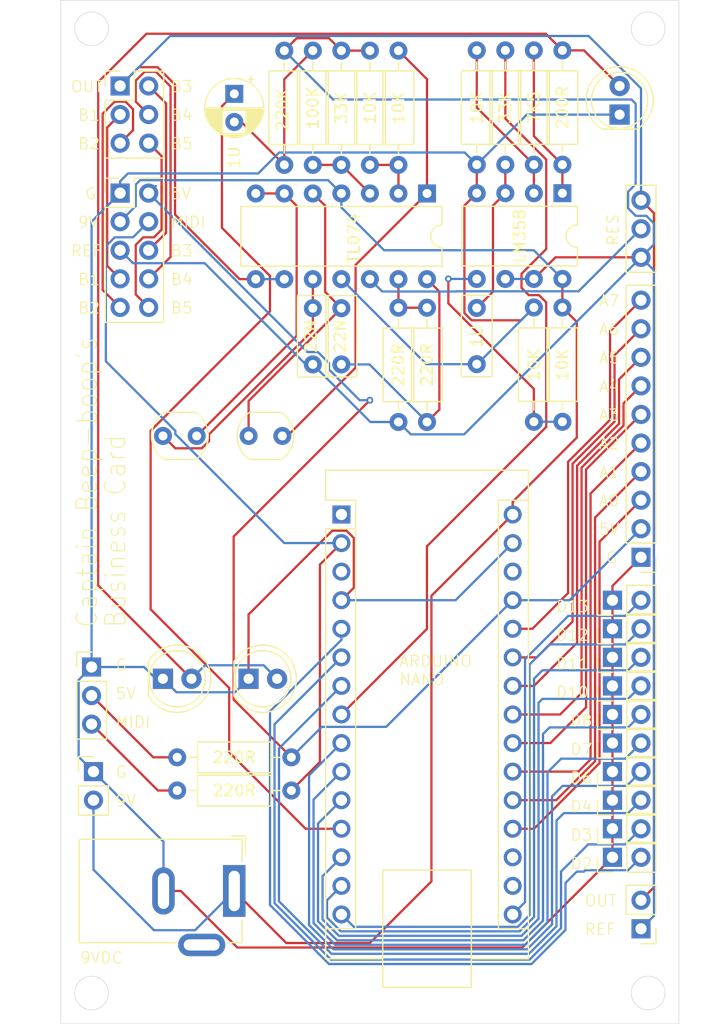
<source format=kicad_pcb>
(kicad_pcb (version 20240108) (generator "pcbnew") (generator_version "8.0")
  (layers (0 "F.Cu" signal) (31 "B.Cu" signal) (34 "B.Paste" user) (35 "F.Paste" user) (36 "B.SilkS" user "B.Silkscreen") (37 "F.SilkS" user "F.Silkscreen") (38 "B.Mask" user) (39 "F.Mask" user) (44 "Edge.Cuts" user))
  (net 0 "")
  (net 1 "GND")
  (net 3 "D12")
  (net 4 "D2")
  (net 5 "A4")
  (net 6 "A6")
  (net 7 "A2")
  (net 8 "D4")
  (net 9 "Osc")
  (net 10 "A3")
  (net 11 "unconnected-(A1-D1{slash}TX-Pad1)")
  (net 13 "9V")
  (net 14 "D13")
  (net 15 "D3")
  (net 17 "A0")
  (net 18 "D7")
  (net 20 "D6")
  (net 21 "D8")
  (net 22 "5V")
  (net 23 "A1")
  (net 24 "A7")
  (net 25 "D10")
  (net 26 "D11")
  (net 27 "A5")
  (net 28 "Net-(C2-Pad2)")
  (net 29 "Net-(D1-A)")
  (net 30 "REF")
  (net 31 "Net-(U2A-+)")
  (net 32 "CV")
  (net 33 "Net-(U1B--)")
  (net 34 "Net-(U1D--)")
  (net 35 "Net-(U1A-+)")
  (net 36 "Net-(J3-Pin_2)")
  (net 37 "Net-(U1A--)")
  (net 38 "Net-(U1C-+)")
  (net 39 "Net-(U2B-+)")
  (net 40 "Net-(U2A--)")
  (net 41 "Net-(U1D-+)")
  (net 42 "OUT")
  (net 43 "BUS1")
  (net 44 "BUS5")
  (net 45 "MIDI")
  (net 46 "BUS2")
  (net 47 "Net-(U1B-+)")
  (net 48 "BUS3")
  (net 49 "BUS4")
  (net 50 "Net-(J3-Pin_3)")
  (net 51 "Net-(LDR1-Pad2)")
  (net 52 "Net-(R3-Pad1)")
  (net 53 "Net-(C3-Pad2)")
  (footprint "Resistor_THT:R_Axial_DIN0207_L6.3mm_D2.5mm_P10.16mm_Horizontal" (layer "F.Cu") (at 100.955 47.635 -90)
    (property "Reference" "33K")
    (property "Value" "33K")
  )
  (footprint "Resistor_THT:R_Axial_DIN0207_L6.3mm_D2.5mm_P10.16mm_Horizontal" (layer "F.Cu") (at 71.755 110.49)
    (property "Reference" "220R")
    (property "Value" "220R")
  )
  (footprint "Connector_PinHeader_2.54mm:PinHeader_1x02_P2.54mm_Vertical" (layer "F.Cu") (at 110.49 116.84 90)
    (property "Reference" "SW2" (hide yes))
    (property "Value" "SW_Push")
  )
  (footprint "Connector_PinHeader_2.54mm:PinHeader_1x02_P2.54mm_Vertical" (layer "F.Cu") (at 110.49 96.52 90)
    (property "Reference" "SW10" (hide yes))
    (property "Value" "SW_Push")
  )
  (footprint "Connector_PinHeader_2.54mm:PinHeader_1x02_P2.54mm_Vertical" (layer "F.Cu") (at 110.49 104.14 90)
    (property "Reference" "SW7" (hide yes))
    (property "Value" "SW_Push")
  )
  (footprint "Capacitor_THT:C_Disc_D7.0mm_W2.5mm_P5.00mm" (layer "F.Cu") (at 98.415 70.535 -90)
    (property "Reference" "1U")
    (property "Value" "1U")
  )
  (footprint "Resistor_THT:R_Axial_DIN0207_L6.3mm_D2.5mm_P10.16mm_Horizontal" (layer "F.Cu") (at 81.285 57.815 90)
    (property "Reference" "220K")
    (property "Value" "220K")
  )
  (footprint "Resistor_THT:R_Axial_DIN0207_L6.3mm_D2.5mm_P10.16mm_Horizontal" (layer "F.Cu") (at 106.035 57.795 90)
    (property "Reference" "200R")
    (property "Value" "220R")
  )
  (footprint "Connector_PinHeader_2.54mm:PinHeader_1x02_P2.54mm_Vertical" (layer "F.Cu") (at 110.49 109.22 90)
    (property "Reference" "SW5" (hide yes))
    (property "Value" "SW_Push")
  )
  (footprint "Resistor_THT:R_Axial_DIN0207_L6.3mm_D2.5mm_P10.16mm_Horizontal" (layer "F.Cu") (at 103.495 80.655 90)
    (property "Reference" "10K")
    (property "Value" "10K")
  )
  (footprint "Connector_PinHeader_2.54mm:PinHeader_1x02_P2.54mm_Vertical" (layer "F.Cu") (at 110.49 101.6 90)
    (property "Reference" "SW8" (hide yes))
    (property "Value" "SW_Push")
  )
  (footprint "Connector_PinHeader_2.54mm:PinHeader_1x03_P2.54mm_Vertical" (layer "F.Cu") (at 113.03 66.035 180)
    (property "Reference" "RV1" (hide yes))
    (property "Value" "R_Potentiometer")
  )
  (footprint "Connector_PinHeader_2.54mm:PinHeader_1x02_P2.54mm_Vertical" (layer "F.Cu") (at 64.305 111.76)
    (property "Reference" "J6" (hide yes))
    (property "Value" "Conn_01x02_Pin")
  )
  (footprint "LED_THT:LED_D5.0mm" (layer "F.Cu") (at 70.485 103.505)
    (property "Reference" "D3" (hide yes))
    (property "Value" "LED")
  )
  (footprint "OptoDevice:R_LDR_5.0x4.1mm_P3mm_Vertical" (layer "F.Cu") (at 78.11 81.915)
    (property "Reference" "LDR1" (hide yes))
    (property "Value" "LDR03")
  )
  (footprint "Connector_PinHeader_2.54mm:PinHeader_1x02_P2.54mm_Vertical" (layer "F.Cu") (at 110.49 114.3 90)
    (property "Reference" "SW3" (hide yes))
    (property "Value" "SW_Push")
  )
  (footprint "Connector_PinHeader_2.54mm:PinHeader_1x02_P2.54mm_Vertical" (layer "F.Cu") (at 113.03 125.735 180)
    (property "Reference" "J7" (hide yes))
    (property "Value" "Conn_01x02_Pin")
  )
  (footprint "Resistor_THT:R_Axial_DIN0207_L6.3mm_D2.5mm_P10.16mm_Horizontal" (layer "F.Cu") (at 93.985 80.675 90)
    (property "Reference" "220R")
    (property "Value" "10K")
  )
  (footprint "Connector_PinHeader_2.54mm:PinHeader_2x03_P2.54mm_Vertical" (layer "F.Cu") (at 66.675 50.8)
    (property "Reference" "J2" (hide yes))
    (property "Value" "Conn_02x03_Counter_Clockwise")
  )
  (footprint "Resistor_THT:R_Axial_DIN0207_L6.3mm_D2.5mm_P10.16mm_Horizontal" (layer "F.Cu") (at 103.495 47.635 -90)
    (property "Reference" "7K5")
    (property "Value" "7K5")
  )
  (footprint "Resistor_THT:R_Axial_DIN0207_L6.3mm_D2.5mm_P10.16mm_Horizontal" (layer "F.Cu") (at 91.445 47.655 -90)
    (property "Reference" "10K")
    (property "Value" "10K")
  )
  (footprint "LED_THT:LED_D5.0mm" (layer "F.Cu") (at 78.105 103.505)
    (property "Reference" "D2" (hide yes))
    (property "Value" "LED")
  )
  (footprint "Capacitor_THT:C_Disc_D7.0mm_W2.5mm_P5.00mm" (layer "F.Cu") (at 86.365 70.555 -90)
    (property "Reference" "22N")
    (property "Value" "22N")
  )
  (footprint "Capacitor_THT:C_Disc_D7.0mm_W2.5mm_P5.00mm" (layer "F.Cu") (at 83.825 70.555 -90)
    (property "Reference" "22N")
    (property "Value" "22N")
  )
  (footprint "Connector_PinHeader_2.54mm:PinHeader_1x03_P2.54mm_Vertical" (layer "F.Cu") (at 64.135 102.46)
    (property "Reference" "J3" (hide yes))
    (property "Value" "Conn_01x03_Pin")
  )
  (footprint "Resistor_THT:R_Axial_DIN0207_L6.3mm_D2.5mm_P10.16mm_Horizontal" (layer "F.Cu") (at 86.365 57.815 90)
    (property "Reference" "33K")
    (property "Value" "33K")
  )
  (footprint "Resistor_THT:R_Axial_DIN0207_L6.3mm_D2.5mm_P10.16mm_Horizontal" (layer "F.Cu") (at 71.755 113.44)
    (property "Reference" "220R")
    (property "Value" "220R")
  )
  (footprint "Package_DIP:DIP-8_W7.62mm" (layer "F.Cu") (at 106.035 60.335 -90)
    (property "Reference" "LM358")
    (property "Value" "LM358")
  )
  (footprint "Connector_PinHeader_2.54mm:PinHeader_1x02_P2.54mm_Vertical" (layer "F.Cu") (at 110.49 119.38 90)
    (property "Reference" "SW1" (hide yes))
    (property "Value" "SW_Push")
  )
  (footprint "Capacitor_THT:CP_Radial_D5.0mm_P2.50mm" (layer "F.Cu") (at 76.835 51.499888 -90)
    (property "Reference" "1U")
    (property "Value" "C_Polarized")
  )
  (footprint "Resistor_THT:R_Axial_DIN0207_L6.3mm_D2.5mm_P10.16mm_Horizontal" (layer "F.Cu") (at 91.445 70.515 -90)
    (property "Reference" "220R")
    (property "Value" "7K5")
  )
  (footprint "LED_THT:LED_D5.0mm" (layer "F.Cu") (at 111.125 53.345 90)
    (property "Reference" "D1" (hide yes))
    (property "Value" "LED")
  )
  (footprint "Connector_PinHeader_2.54mm:PinHeader_1x02_P2.54mm_Vertical" (layer "F.Cu") (at 110.49 99.06 90)
    (property "Reference" "SW9" (hide yes))
    (property "Value" "SW_Push")
  )
  (footprint "Connector_BarrelJack:BarrelJack_GCT_DCJ200-10-A_Horizontal" (layer "F.Cu") (at 76.835 122.37 -90)
    (property "Reference" "J5" (hide yes))
    (property "Value" "Barrel_Jack")
  )
  (footprint "Resistor_THT:R_Axial_DIN0207_L6.3mm_D2.5mm_P10.16mm_Horizontal" (layer "F.Cu") (at 88.905 57.815 90)
    (property "Reference" "10K")
    (property "Value" "10K")
  )
  (footprint "Module:Arduino_Nano" (layer "F.Cu") (at 86.37 88.9)
    (property "Reference" "A1" (hide yes))
    (property "Value" "Arduino_Nano_v3.x")
  )
  (footprint "Resistor_THT:R_Axial_DIN0207_L6.3mm_D2.5mm_P10.16mm_Horizontal" (layer "F.Cu") (at 83.825 47.655 -90)
    (property "Reference" "100K")
    (property "Value" "100K")
  )
  (footprint "Connector_PinHeader_2.54mm:PinHeader_1x02_P2.54mm_Vertical" (layer "F.Cu") (at 110.49 111.76 90)
    (property "Reference" "SW4" (hide yes))
    (property "Value" "SW_Push")
  )
  (footprint "Package_DIP:DIP-14_W7.62mm" (layer "F.Cu") (at 93.985 60.355 -90)
    (property "Reference" "TL074")
    (property "Value" "TL074")
  )
  (footprint "Resistor_THT:R_Axial_DIN0207_L6.3mm_D2.5mm_P10.16mm_Horizontal" (layer "F.Cu") (at 106.035 70.495 -90)
    (property "Reference" "10K")
    (property "Value" "10K")
  )
  (footprint "Connector_PinHeader_2.54mm:PinHeader_1x02_P2.54mm_Vertical" (layer "F.Cu") (at 110.49 106.68 90)
    (property "Reference" "SW6" (hide yes))
    (property "Value" "SW_Push")
  )
  (footprint "OptoDevice:R_LDR_5.0x4.1mm_P3mm_Vertical" (layer "F.Cu") (at 70.49 81.915)
    (property "Reference" "LDR2" (hide yes))
    (property "Value" "LDR03")
  )
  (footprint "Resistor_THT:R_Axial_DIN0207_L6.3mm_D2.5mm_P10.16mm_Horizontal" (layer "F.Cu") (at 98.415 47.635 -90)
    (property "Reference" "10K")
    (property "Value" "10K")
  )
  (footprint "Connector_PinHeader_2.54mm:PinHeader_2x05_P2.54mm_Vertical" (layer "F.Cu") (at 66.675 60.325)
    (property "Reference" "J1" (hide yes))
    (property "Value" "Conn_02x05_Counter_Clockwise")
  )
  (footprint "Connector_PinHeader_2.54mm:PinHeader_1x10_P2.54mm_Vertical" (layer "F.Cu") (at 113.03 92.705 180)
    (property "Reference" "J4" (hide yes))
    (property "Value" "Conn_01x10_Pin")
  )
  (gr_circle (center 113.665 45.72) (end 115.165 45.72) (stroke (width 0.05)) (fill none) (layer "Edge.Cuts"))
  (gr_rect (start 61.4 43.18) (end 116.4 134.18) (stroke (width 0.05)) (fill none) (layer "Edge.Cuts"))
  (gr_circle (center 113.665 131.445) (end 115.165 131.445) (stroke (width 0.05)) (fill none) (layer "Edge.Cuts"))
  (gr_circle (center 64.135 131.445) (end 65.635 131.445) (stroke (width 0.05)) (fill none) (layer "Edge.Cuts"))
  (gr_circle (center 64.135 45.72) (end 65.635 45.72) (stroke (width 0.05)) (fill none) (layer "Edge.Cuts"))
  (gr_text "MIDI" (at 66.21 107.95 0) (layer "F.SilkS") (effects (font (size 1 1) (thickness 0.1)) (justify left bottom)))
  (gr_text "B3" (at 71.12 51.435 0) (layer "F.SilkS") (effects (font (size 1 1) (thickness 0.1)) (justify left bottom)))
  (gr_text "A4" (at 109.22 78.1 0) (layer "F.SilkS") (effects (font (size 1 1) (thickness 0.1)) (justify left bottom)))
  (gr_text "D12" (at 105.41 100.21 0) (layer "F.SilkS") (effects (font (size 1 1) (thickness 0.1)) (justify left bottom)))
  (gr_text "A5" (at 109.22 75.56 0) (layer "F.SilkS") (effects (font (size 1 1) (thickness 0.1)) (justify left bottom)))
  (gr_text "A7" (at 109.22 70.48 0) (layer "F.SilkS") (effects (font (size 1 1) (thickness 0.1)) (justify left bottom)))
  (gr_text "G" (at 66.21 102.87 0) (layer "F.SilkS") (effects (font (size 1 1) (thickness 0.1)) (justify left bottom)))
  (gr_text "MIDI" (at 71.12 63.5 0) (layer "F.SilkS") (effects (font (size 1 1) (thickness 0.1)) (justify left bottom)))
  (gr_text "REF" (at 107.95 126.365 0) (layer "F.SilkS") (effects (font (size 1 1) (thickness 0.1)) (justify left bottom)))
  (gr_text "9V" (at 66.21 114.935 0) (layer "F.SilkS") (effects (font (size 1 1) (thickness 0.1)) (justify left bottom)))
  (gr_text "A1" (at 109.22 85.72 0) (layer "F.SilkS") (effects (font (size 1 1) (thickness 0.1)) (justify left bottom)))
  (gr_text "D7" (at 106.68 110.37 0) (layer "F.SilkS") (effects (font (size 1 1) (thickness 0.1)) (justify left bottom)))
  (gr_text "B1" (at 62.865 53.975 0) (layer "F.SilkS") (effects (font (size 1 1) (thickness 0.1)) (justify left bottom)))
  (gr_text "D3" (at 106.68 117.99 0) (layer "F.SilkS") (effects (font (size 1 1) (thickness 0.1)) (justify left bottom)))
  (gr_text "B4" (at 71.12 53.975 0) (layer "F.SilkS") (effects (font (size 1 1) (thickness 0.1)) (justify left bottom)))
  (gr_text "G" (at 63.5 60.96 0) (layer "F.SilkS") (effects (font (size 1 1) (thickness 0.1)) (justify left bottom)))
  (gr_text "D8" (at 106.68 107.83 0) (layer "F.SilkS") (effects (font (size 1 1) (thickness 0.1)) (justify left bottom)))
  (gr_text "G" (at 109.855 93.34 0) (layer "F.SilkS") (effects (font (size 1 1) (thickness 0.1)) (justify left bottom)))
  (gr_text "5V\n" (at 66.21 105.41 0) (layer "F.SilkS") (effects (font (size 1 1) (thickness 0.1)) (justify left bottom)))
  (gr_text "5V" (at 71.12 60.96 0) (layer "F.SilkS") (effects (font (size 1 1) (thickness 0.1)) (justify left bottom)))
  (gr_text "B3" (at 71.12 66.04 0) (layer "F.SilkS") (effects (font (size 1 1) (thickness 0.1)) (justify left bottom)))
  (gr_text "B2" (at 62.865 56.515 0) (layer "F.SilkS") (effects (font (size 1 1) (thickness 0.1)) (justify left bottom)))
  (gr_text "B1" (at 62.865 68.58 0) (layer "F.SilkS") (effects (font (size 1 1) (thickness 0.1)) (justify left bottom)))
  (gr_text "B5" (at 71.12 71.12 0) (layer "F.SilkS") (effects (font (size 1 1) (thickness 0.1)) (justify left bottom)))
  (gr_text "9VDC" (at 63.035 128.905 0) (layer "F.SilkS") (effects (font (size 1 1) (thickness 0.1)) (justify left bottom)))
  (gr_text "D13\n" (at 105.41 97.67 0) (layer "F.SilkS") (effects (font (size 1 1) (thickness 0.1)) (justify left bottom)))
  (gr_text "9V" (at 62.865 63.5 0) (layer "F.SilkS") (effects (font (size 1 1) (thickness 0.1)) (justify left bottom)))
  (gr_text "Captain Beep-boop's" (at 64.77 99.06 90) (layer "F.SilkS") (effects (font (size 1.8 1.6) (thickness 0.1)) (justify left bottom)))
  (gr_text "D6" (at 106.68 112.91 0) (layer "F.SilkS") (effects (font (size 1 1) (thickness 0.1)) (justify left bottom)))
  (gr_text "REF" (at 62.23 66.04 0) (layer "F.SilkS") (effects (font (size 1 1) (thickness 0.1)) (justify left bottom)))
  (gr_text "D10" (at 105.41 105.29 0) (layer "F.SilkS") (effects (font (size 1 1) (thickness 0.1)) (justify left bottom)))
  (gr_text "D2" (at 106.68 120.53 0) (layer "F.SilkS") (effects (font (size 1 1) (thickness 0.1)) (justify left bottom)))
  (gr_text "OUT" (at 107.95 123.825 0) (layer "F.SilkS") (effects (font (size 1 1) (thickness 0.1)) (justify left bottom)))
  (gr_text "A6" (at 109.22 73.02 0) (layer "F.SilkS") (effects (font (size 1 1) (thickness 0.1)) (justify left bottom)))
  (gr_text "A3" (at 109.22 80.64 0) (layer "F.SilkS") (effects (font (size 1 1) (thickness 0.1)) (justify left bottom)))
  (gr_text "5V" (at 109.22 90.8 0) (layer "F.SilkS") (effects (font (size 1 1) (thickness 0.1)) (justify left bottom)))
  (gr_text "G" (at 66.21 112.395 0) (layer "F.SilkS") (effects (font (size 1 1) (thickness 0.1)) (justify left bottom)))
  (gr_text "OUT" (at 62.23 51.435 0) (layer "F.SilkS") (effects (font (size 1 1) (thickness 0.1)) (justify left bottom)))
  (gr_text "D4" (at 106.68 115.45 0) (layer "F.SilkS") (effects (font (size 1 1) (thickness 0.1)) (justify left bottom)))
  (gr_text "B5" (at 71.12 56.515 0) (layer "F.SilkS") (effects (font (size 1 1) (thickness 0.1)) (justify left bottom)))
  (gr_text "RES" (at 111.125 65.084071 90) (layer "F.SilkS") (effects (font (size 1 1) (thickness 0.1)) (justify left bottom)))
  (gr_text "B2" (at 62.865 71.12 0) (layer "F.SilkS") (effects (font (size 1 1) (thickness 0.1)) (justify left bottom)))
  (gr_text "Business Card" (at 67.31 99.06 90) (layer "F.SilkS") (effects (font (size 1.8 1.6) (thickness 0.1)) (justify left bottom)))
  (gr_text "ARDUINO\nNANO" (at 91.45 104.14 0) (layer "F.SilkS") (effects (font (size 1 1) (thickness 0.1)) (justify left bottom)))
  (gr_text "D11" (at 105.41 102.75 0) (layer "F.SilkS") (effects (font (size 1 1) (thickness 0.1)) (justify left bottom)))
  (gr_text "A0" (at 109.22 88.26 0) (layer "F.SilkS") (effects (font (size 1 1) (thickness 0.1)) (justify left bottom)))
  (gr_text "A2" (at 109.22 83.18 0) (layer "F.SilkS") (effects (font (size 1 1) (thickness 0.1)) (justify left bottom)))
  (gr_text "B4" (at 71.12 68.58 0) (layer "F.SilkS") (effects (font (size 1 1) (thickness 0.1)) (justify left bottom)))
  (segment (start 87.47 90.984365) (end 86.825635 90.34) (width 0.2) (layer "F.Cu") (net 1))
  (segment (start 113.03 92.705) (end 113.03 93.345) (width 0.2) (layer "F.Cu") (net 1))
  (segment (start 87.47 95.42) (end 87.47 90.984365) (width 0.2) (layer "F.Cu") (net 1))
  (segment (start 97.959365 71.635) (end 97.315 70.990635) (width 0.2) (layer "F.Cu") (net 1))
  (segment (start 103.495 70.495) (end 103.505 70.485) (width 0.2) (layer "F.Cu") (net 1))
  (segment (start 97.315 70.990635) (end 97.315 61.435) (width 0.2) (layer "F.Cu") (net 1))
  (segment (start 102.47 127.4) (end 110.49 119.38) (width 0.2) (layer "F.Cu") (net 1))
  (segment (start 72.073478 122.37) (end 77.103478 127.4) (width 0.2) (layer "F.Cu") (net 1))
  (segment (start 97.315 61.435) (end 98.415 60.335) (width 0.2) (layer "F.Cu") (net 1))
  (segment (start 64.135 102.46) (end 64.36 102.46) (width 0.2) (layer "F.Cu") (net 1))
  (segment (start 86.37 96.52) (end 87.47 95.42) (width 0.2) (layer "F.Cu") (net 1))
  (segment (start 70.535 122.37) (end 72.073478 122.37) (width 0.2) (layer "F.Cu") (net 1))
  (segment (start 85.555 90.34) (end 78.105 97.79) (width 0.2) (layer "F.Cu") (net 1))
  (segment (start 110.49 96.52) (end 110.49 95.245) (width 0.2) (layer "F.Cu") (net 1))
  (segment (start 78.105 97.79) (end 78.105 103.505) (width 0.2) (layer "F.Cu") (net 1))
  (segment (start 102.355 71.635) (end 97.959365 71.635) (width 0.2) (layer "F.Cu") (net 1))
  (segment (start 110.49 96.52) (end 110.49 119.38) (width 0.2) (layer "F.Cu") (net 1))
  (segment (start 103.495 70.495) (end 102.355 71.635) (width 0.2) (layer "F.Cu") (net 1))
  (segment (start 98.415 75.535) (end 98.445 75.565) (width 0.2) (layer "F.Cu") (net 1))
  (segment (start 110.49 119.38) (end 111.125 119.38) (width 0.2) (layer "F.Cu") (net 1))
  (segment (start 98.415 60.335) (end 98.415 57.795) (width 0.2) (layer "F.Cu") (net 1))
  (segment (start 110.49 95.245) (end 113.03 92.705) (width 0.2) (layer "F.Cu") (net 1))
  (segment (start 111.125 53.34) (end 111.125 53.345) (width 0.2) (layer "F.Cu") (net 1))
  (segment (start 64.36 102.46) (end 64.77 102.87) (width 0.2) (layer "F.Cu") (net 1))
  (segment (start 86.825635 90.34) (end 85.555 90.34) (width 0.2) (layer "F.Cu") (net 1))
  (segment (start 98.445 75.565) (end 99.06 75.565) (width 0.2) (layer "F.Cu") (net 1))
  (segment (start 77.103478 127.4) (end 102.47 127.4) (width 0.2) (layer "F.Cu") (net 1))
  (segment (start 98.455 75.535) (end 98.415 75.535) (width 0.2) (layer "B.Cu") (net 1))
  (segment (start 101.61 91.44) (end 101.6 91.44) (width 0.2) (layer "B.Cu") (net 1))
  (segment (start 96.53 96.52) (end 101.61 91.44) (width 0.2) (layer "B.Cu") (net 1))
  (segment (start 111.125 53.345) (end 111.125 53.975) (width 0.2) (layer "B.Cu") (net 1))
  (segment (start 67.374682 58.575318) (end 78.969047 58.575318) (width 0.2) (layer "B.Cu") (net 1))
  (segment (start 62.985 103.61) (end 62.985 110.44) (width 0.2) (layer "B.Cu") (net 1))
  (segment (start 86.37 96.52) (end 96.53 96.52) (width 0.2) (layer "B.Cu") (net 1))
  (segment (start 64.135 102.46) (end 64.135 62.865) (width 0.2) (layer "B.Cu") (net 1))
  (segment (start 66.675 60.325) (end 66.675 59.275) (width 0.2) (layer "B.Cu") (net 1))
  (segment (start 102.865 53.345) (end 111.125 53.345) (width 0.2) (layer "B.Cu") (net 1))
  (segment (start 71.685 104.705) (end 70.485 103.505) (width 0.2) (layer "B.Cu") (net 1))
  (segment (start 103.495 70.495) (end 98.455 75.535) (width 0.2) (layer "B.Cu") (net 1))
  (segment (start 64.135 102.46) (end 62.985 103.61) (width 0.2) (layer "B.Cu") (net 1))
  (segment (start 66.675 59.275) (end 67.374682 58.575318) (width 0.2) (layer "B.Cu") (net 1))
  (segment (start 69.85 103.505) (end 68.805 102.46) (width 0.2) (layer "B.Cu") (net 1))
  (segment (start 80.829365 56.715) (end 97.335 56.715) (width 0.2) (layer "B.Cu") (net 1))
  (segment (start 64.135 62.865) (end 66.675 60.325) (width 0.2) (layer "B.Cu") (net 1))
  (segment (start 113.03 92.705) (end 113.03 93.345) (width 0.2) (layer "B.Cu") (net 1))
  (segment (start 98.415 57.795) (end 102.865 53.345) (width 0.2) (layer "B.Cu") (net 1))
  (segment (start 68.805 102.46) (end 64.135 102.46) (width 0.2) (layer "B.Cu") (net 1))
  (segment (start 93.925 75.535) (end 86.365 67.975) (width 0.2) (layer "B.Cu") (net 1))
  (segment (start 64.305 111.76) (end 70.535 117.99) (width 0.2) (layer "B.Cu") (net 1))
  (segment (start 76.905 104.705) (end 71.685 104.705) (width 0.2) (layer "B.Cu") (net 1))
  (segment (start 97.335 56.715) (end 98.415 57.795) (width 0.2) (layer "B.Cu") (net 1))
  (segment (start 70.485 103.505) (end 69.85 103.505) (width 0.2) (layer "B.Cu") (net 1))
  (segment (start 98.415 75.535) (end 93.925 75.535) (width 0.2) (layer "B.Cu") (net 1))
  (segment (start 70.535 117.99) (end 70.535 122.37) (width 0.2) (layer "B.Cu") (net 1))
  (segment (start 78.969047 58.575318) (end 80.829365 56.715) (width 0.2) (layer "B.Cu") (net 1))
  (segment (start 110.49 119.38) (end 111.125 119.38) (width 0.2) (layer "B.Cu") (net 1))
  (segment (start 78.105 103.505) (end 76.905 104.705) (width 0.2) (layer "B.Cu") (net 1))
  (segment (start 62.985 110.44) (end 64.305 111.76) (width 0.2) (layer "B.Cu") (net 1))
  (segment (start 103.11 102.235) (end 103.11 124.515635) (width 0.2) (layer "B.Cu") (net 3))
  (segment (start 102.065635 125.56) (end 87.47 125.56) (width 0.2) (layer "B.Cu") (net 3))
  (segment (start 87.47 125.56) (end 86.37 124.46) (width 0.2) (layer "B.Cu") (net 3))
  (segment (start 111.64 100.45) (end 104.895 100.45) (width 0.2) (layer "B.Cu") (net 3))
  (segment (start 103.11 124.515635) (end 102.065635 125.56) (width 0.2) (layer "B.Cu") (net 3))
  (segment (start 104.895 100.45) (end 103.11 102.235) (width 0.2) (layer "B.Cu") (net 3))
  (segment (start 113.03 99.06) (end 111.64 100.45) (width 0.2) (layer "B.Cu") (net 3))
  (segment (start 80.015 106.399365) (end 86.37 100.044365) (width 0.2) (layer "B.Cu") (net 4))
  (segment (start 80.015 123.620434) (end 80.015 106.399365) (width 0.2) (layer "B.Cu") (net 4))
  (segment (start 107.95 120.65) (end 107.315 120.65) (width 0.2) (layer "B.Cu") (net 4))
  (segment (start 113.03 119.38) (end 111.88 120.53) (width 0.2) (layer "B.Cu") (net 4))
  (segment (start 107.315 120.65) (end 106.309999 121.655001) (width 0.2) (layer "B.Cu") (net 4))
  (segment (start 111.88 120.53) (end 108.07 120.53) (width 0.2) (layer "B.Cu") (net 4))
  (segment (start 108.07 120.53) (end 107.95 120.65) (width 0.2) (layer "B.Cu") (net 4))
  (segment (start 106.309999 121.655001) (end 106.309997 125.841123) (width 0.2) (layer "B.Cu") (net 4))
  (segment (start 85.264565 128.87) (end 80.015 123.620434) (width 0.2) (layer "B.Cu") (net 4))
  (segment (start 86.37 100.044365) (end 86.37 99.06) (width 0.2) (layer "B.Cu") (net 4))
  (segment (start 106.309997 125.841123) (end 103.281119 128.87) (width 0.2) (layer "B.Cu") (net 4))
  (segment (start 103.281119 128.87) (end 85.264565 128.87) (width 0.2) (layer "B.Cu") (net 4))
  (segment (start 107.74 84.729314) (end 111.474657 80.994657) (width 0.2) (layer "F.Cu") (net 5))
  (segment (start 107.74 104.775) (end 107.74 84.729314) (width 0.2) (layer "F.Cu") (net 5))
  (segment (start 111.474657 80.994657) (end 111.474657 79.020343) (width 0.2) (layer "F.Cu") (net 5))
  (segment (start 111.474657 79.020343) (end 113.03 77.465) (width 0.2) (layer "F.Cu") (net 5))
  (segment (start 105.835 106.68) (end 107.74 104.775) (width 0.2) (layer "F.Cu") (net 5))
  (segment (start 101.61 106.68) (end 105.835 106.68) (width 0.2) (layer "F.Cu") (net 5))
  (segment (start 106.94 98.425) (end 106.94 84.379657) (width 0.2) (layer "F.Cu") (net 6))
  (segment (start 103.765 101.6) (end 106.94 98.425) (width 0.2) (layer "F.Cu") (net 6))
  (segment (start 110.674657 80.645) (end 110.674657 74.740343) (width 0.2) (layer "F.Cu") (net 6))
  (segment (start 110.674657 74.740343) (end 113.03 72.385) (width 0.2) (layer "F.Cu") (net 6))
  (segment (start 101.61 101.6) (end 103.765 101.6) (width 0.2) (layer "F.Cu") (net 6))
  (segment (start 106.94 84.379657) (end 110.674657 80.645) (width 0.2) (layer "F.Cu") (net 6))
  (segment (start 107.453628 111.76) (end 108.54 110.673628) (width 0.2) (layer "F.Cu") (net 7))
  (segment (start 108.54 110.673628) (end 108.54 87.035) (width 0.2) (layer "F.Cu") (net 7))
  (segment (start 101.61 111.76) (end 107.453628 111.76) (width 0.2) (layer "F.Cu") (net 7))
  (segment (start 108.54 87.035) (end 113.03 82.545) (width 0.2) (layer "F.Cu") (net 7))
  (segment (start 103.059745 127.96) (end 85.485935 127.959999) (width 0.2) (layer "B.Cu") (net 8))
  (segment (start 105.51 116.105) (end 105.509998 125.509751) (width 0.2) (layer "B.Cu") (net 8))
  (segment (start 80.815 109.695) (end 86.37 104.14) (width 0.2) (layer "B.Cu") (net 8))
  (segment (start 106.165 115.45) (end 105.51 116.105) (width 0.2) (layer "B.Cu") (net 8))
  (segment (start 105.509998 125.509751) (end 103.059745 127.96) (width 0.2) (layer "B.Cu") (net 8))
  (segment (start 111.88 115.45) (end 106.165 115.45) (width 0.2) (layer "B.Cu") (net 8))
  (segment (start 85.485935 127.959999) (end 80.815 123.289064) (width 0.2) (layer "B.Cu") (net 8))
  (segment (start 113.03 114.3) (end 111.88 115.45) (width 0.2) (layer "B.Cu") (net 8))
  (segment (start 80.815 123.289064) (end 80.815 109.695) (width 0.2) (layer "B.Cu") (net 8))
  (segment (start 83.185 116.84) (end 86.37 116.84) (width 0.2) (layer "F.Cu") (net 9))
  (segment (start 75.735 52.599888) (end 75.735 63.409365) (width 0.2) (layer "F.Cu") (net 9))
  (segment (start 76.38 110.035) (end 83.185 116.84) (width 0.2) (layer "F.Cu") (net 9))
  (segment (start 80.01 70.839365) (end 69.39 81.459365) (width 0.2) (layer "F.Cu") (net 9))
  (segment (start 69.39 97.33) (end 76.38 104.32) (width 0.2) (layer "F.Cu") (net 9))
  (segment (start 69.39 81.459365) (end 69.39 97.33) (width 0.2) (layer "F.Cu") (net 9))
  (segment (start 76.835 51.499888) (end 75.735 52.599888) (width 0.2) (layer "F.Cu") (net 9))
  (segment (start 76.38 104.32) (end 76.38 110.035) (width 0.2) (layer "F.Cu") (net 9))
  (segment (start 80.01 67.684365) (end 80.01 70.839365) (width 0.2) (layer "F.Cu") (net 9))
  (segment (start 75.735 63.409365) (end 80.01 67.684365) (width 0.2) (layer "F.Cu") (net 9))
  (segment (start 101.61 109.22) (end 104.965 109.22) (width 0.2) (layer "F.Cu") (net 10))
  (segment (start 108.14 84.895) (end 113.03 80.005) (width 0.2) (layer "F.Cu") (net 10))
  (segment (start 104.965 109.22) (end 108.14 106.045) (width 0.2) (layer "F.Cu") (net 10))
  (segment (start 108.14 106.045) (end 108.14 84.895) (width 0.2) (layer "F.Cu") (net 10))
  (segment (start 86.37 88.9) (end 86.36 88.91) (width 0.2) (layer "B.Cu") (net 11))
  (segment (start 86.36 88.91) (end 86.36 89.535) (width 0.2) (layer "B.Cu") (net 11))
  (segment (start 107.315 82.06363) (end 107.315 71.775) (width 0.2) (layer "F.Cu") (net 13))
  (segment (start 88.9 127) (end 94.38 121.52) (width 0.2) (layer "F.Cu") (net 13))
  (segment (start 101.61 88.9) (end 101.61 87.76863) (width 0.2) (layer "F.Cu") (net 13))
  (segment (start 94.38 96.13) (end 101.61 88.9) (width 0.2) (layer "F.Cu") (net 13))
  (segment (start 94.38 121.52) (end 94.38 96.13) (width 0.2) (layer "F.Cu") (net 13))
  (segment (start 107.315 71.775) (end 106.035 70.495) (width 0.2) (layer "F.Cu") (net 13))
  (segment (start 81.465 127) (end 88.9 127) (width 0.2) (layer "F.Cu") (net 13))
  (segment (start 76.835 122.37) (end 81.465 127) (width 0.2) (layer "F.Cu") (net 13))
  (segment (start 101.61 87.76863) (end 107.315 82.06363) (width 0.2) (layer "F.Cu") (net 13))
  (segment (start 106.035 70.495) (end 106.035 67.955) (width 0.2) (layer "F.Cu") (net 13))
  (segment (start 68.065 61.475) (end 68.065 59.57) (width 0.2) (layer "B.Cu") (net 13))
  (segment (start 64.305 114.3) (end 64.305 120.478478) (width 0.2) (layer "B.Cu") (net 13))
  (segment (start 66.675 62.865) (end 68.065 61.475) (width 0.2) (layer "B.Cu") (net 13))
  (segment (start 85.185 59.175) (end 86.365 60.355) (width 0.2) (layer "B.Cu") (net 13))
  (segment (start 68.065 59.57) (end 68.46 59.175) (width 0.2) (layer "B.Cu") (net 13))
  (segment (start 103.485 65.405) (end 106.035 67.955) (width 0.2) (layer "B.Cu") (net 13))
  (segment (start 73.343478 125.861522) (end 76.835 122.37) (width 0.2) (layer "B.Cu") (net 13))
  (segment (start 86.365 60.355) (end 86.365 61.6) (width 0.2) (layer "B.Cu") (net 13))
  (segment (start 90.17 65.405) (end 103.485 65.405) (width 0.2) (layer "B.Cu") (net 13))
  (segment (start 68.46 59.175) (end 85.185 59.175) (width 0.2) (layer "B.Cu") (net 13))
  (segment (start 64.305 120.478478) (end 69.688044 125.861522) (width 0.2) (layer "B.Cu") (net 13))
  (segment (start 86.365 61.6) (end 90.17 65.405) (width 0.2) (layer "B.Cu") (net 13))
  (segment (start 69.688044 125.861522) (end 73.343478 125.861522) (width 0.2) (layer "B.Cu") (net 13))
  (segment (start 113.03 96.52) (end 111.64 97.91) (width 0.2) (layer "B.Cu") (net 14))
  (segment (start 102.71 101.76) (end 102.71 123.36) (width 0.2) (layer "B.Cu") (net 14))
  (segment (start 111.64 97.91) (end 106.56 97.91) (width 0.2) (layer "B.Cu") (net 14))
  (segment (start 102.71 123.36) (end 101.61 124.46) (width 0.2) (layer "B.Cu") (net 14))
  (segment (start 106.56 97.91) (end 102.71 101.76) (width 0.2) (layer "B.Cu") (net 14))
  (segment (start 113.03 116.84) (end 111.64 118.23) (width 0.2) (layer "B.Cu") (net 15))
  (segment (start 103.115434 128.47) (end 85.430251 128.47) (width 0.2) (layer "B.Cu") (net 15))
  (segment (start 105.909999 120.65) (end 105.909997 125.675437) (width 0.2) (layer "B.Cu") (net 15))
  (segment (start 105.909997 125.675437) (end 103.115434 128.47) (width 0.2) (layer "B.Cu") (net 15))
  (segment (start 111.64 118.23) (end 108.329999 118.23) (width 0.2) (layer "B.Cu") (net 15))
  (segment (start 108.329999 118.23) (end 105.909999 120.65) (width 0.2) (layer "B.Cu") (net 15))
  (segment (start 80.415 107.555) (end 86.37 101.6) (width 0.2) (layer "B.Cu") (net 15))
  (segment (start 80.415 123.454749) (end 80.415 107.555) (width 0.2) (layer "B.Cu") (net 15))
  (segment (start 85.430251 128.47) (end 80.415 123.454749) (width 0.2) (layer "B.Cu") (net 15))
  (segment (start 103.505 116.84) (end 101.61 116.84) (width 0.2) (layer "F.Cu") (net 17))
  (segment (start 109.34 91.315) (end 109.34 111.005) (width 0.2) (layer "F.Cu") (net 17))
  (segment (start 113.03 87.625) (end 109.34 91.315) (width 0.2) (layer "F.Cu") (net 17))
  (segment (start 109.34 111.005) (end 103.505 116.84) (width 0.2) (layer "F.Cu") (net 17))
  (segment (start 111.64 110.61) (end 105.925 110.61) (width 0.2) (layer "B.Cu") (net 18))
  (segment (start 104.709999 125.178379) (end 102.728375 127.16) (width 0.2) (layer "B.Cu") (net 18))
  (segment (start 104.71 111.825) (end 104.709999 125.178379) (width 0.2) (layer "B.Cu") (net 18))
  (segment (start 83.89 114.24) (end 86.37 111.76) (width 0.2) (layer "B.Cu") (net 18))
  (segment (start 85.817307 127.16) (end 83.89 125.23269) (width 0.2) (layer "B.Cu") (net 18))
  (segment (start 105.925 110.61) (end 104.71 111.825) (width 0.2) (layer "B.Cu") (net 18))
  (segment (start 113.03 109.22) (end 111.64 110.61) (width 0.2) (layer "B.Cu") (net 18))
  (segment (start 83.89 125.23269) (end 83.89 114.24) (width 0.2) (layer "B.Cu") (net 18))
  (segment (start 102.728375 127.16) (end 85.817307 127.16) (width 0.2) (layer "B.Cu") (net 18))
  (segment (start 105.11 113.965) (end 105.109998 125.344065) (width 0.2) (layer "B.Cu") (net 20))
  (segment (start 83.49 112.1) (end 86.37 109.22) (width 0.2) (layer "B.Cu") (net 20))
  (segment (start 106.045 113.03) (end 105.11 113.965) (width 0.2) (layer "B.Cu") (net 20))
  (segment (start 102.89406 127.56) (end 85.651621 127.559999) (width 0.2) (layer "B.Cu") (net 20))
  (segment (start 113.03 111.76) (end 111.76 113.03) (width 0.2) (layer "B.Cu") (net 20))
  (segment (start 105.109998 125.344065) (end 102.89406 127.56) (width 0.2) (layer "B.Cu") (net 20))
  (segment (start 111.76 113.03) (end 106.045 113.03) (width 0.2) (layer "B.Cu") (net 20))
  (segment (start 83.49 125.398378) (end 83.49 112.1) (width 0.2) (layer "B.Cu") (net 20))
  (segment (start 85.651621 127.559999) (end 83.49 125.398378) (width 0.2) (layer "B.Cu") (net 20))
  (segment (start 102.56269 126.76) (end 85.982993 126.76) (width 0.2) (layer "B.Cu") (net 21))
  (segment (start 111.88 107.83) (end 104.895 107.83) (width 0.2) (layer "B.Cu") (net 21))
  (segment (start 104.31 108.415) (end 104.31 125.012693) (width 0.2) (layer "B.Cu") (net 21))
  (segment (start 104.31 125.012693) (end 102.56269 126.76) (width 0.2) (layer "B.Cu") (net 21))
  (segment (start 84.29 125.067005) (end 84.29 116.38) (width 0.2) (layer "B.Cu") (net 21))
  (segment (start 113.03 106.68) (end 111.88 107.83) (width 0.2) (layer "B.Cu") (net 21))
  (segment (start 104.895 107.83) (end 104.31 108.415) (width 0.2) (layer "B.Cu") (net 21))
  (segment (start 84.29 116.38) (end 86.37 114.3) (width 0.2) (layer "B.Cu") (net 21))
  (segment (start 85.982993 126.76) (end 84.29 125.067005) (width 0.2) (layer "B.Cu") (net 21))
  (segment (start 76.78 97.79) (end 76.78 97.735) (width 0.2) (layer "F.Cu") (net 22))
  (segment (start 88.9 78.74) (end 76.78 90.86) (width 0.2) (layer "F.Cu") (net 22))
  (segment (start 81.915 110.49) (end 82.55 110.49) (width 0.2) (layer "F.Cu") (net 22))
  (segment (start 76.78 105.355) (end 76.78 97.79) (width 0.2) (layer "F.Cu") (net 22))
  (segment (start 81.915 110.49) (end 76.78 105.355) (width 0.2) (layer "F.Cu") (net 22))
  (segment (start 113.03 90.165) (end 113.03 90.17) (width 0.2) (layer "F.Cu") (net 22))
  (segment (start 76.78 90.86) (end 76.78 97.79) (width 0.2) (layer "F.Cu") (net 22))
  (via (at 88.9 78.74) (size 0.6) (drill 0.3) (layers "F.Cu" "B.Cu") (net 22))
  (segment (start 106.675 96.52) (end 113.03 90.165) (width 0.2) (layer "B.Cu") (net 22))
  (segment (start 84.625 107.78) (end 81.915 110.49) (width 0.2) (layer "B.Cu") (net 22))
  (segment (start 87.994365 78.74) (end 88.9 78.74) (width 0.2) (layer "B.Cu") (net 22))
  (segment (start 83.345 74.455) (end 84.280635 74.455) (width 0.2) (layer "B.Cu") (net 22))
  (segment (start 101.61 96.52) (end 106.675 96.52) (width 0.2) (layer "B.Cu") (net 22))
  (segment (start 90.35 107.78) (end 84.625 107.78) (width 0.2) (layer "B.Cu") (net 22))
  (segment (start 69.215 60.325) (end 69.85 59.69) (width 0.2) (layer "B.Cu") (net 22))
  (segment (start 85.265 76.010635) (end 87.994365 78.74) (width 0.2) (layer "B.Cu") (net 22))
  (segment (start 101.61 96.52) (end 90.35 107.78) (width 0.2) (layer "B.Cu") (net 22))
  (segment (start 84.280635 74.455) (end 85.265 75.439365) (width 0.2) (layer "B.Cu") (net 22))
  (segment (start 69.215 60.325) (end 83.345 74.455) (width 0.2) (layer "B.Cu") (net 22))
  (segment (start 101.61 96.52) (end 101.6 96.52) (width 0.2) (layer "B.Cu") (net 22))
  (segment (start 85.265 75.439365) (end 85.265 76.010635) (width 0.2) (layer "B.Cu") (net 22))
  (segment (start 105.479314 114.3) (end 108.94 110.839314) (width 0.2) (layer "F.Cu") (net 23))
  (segment (start 108.94 89.175) (end 113.03 85.085) (width 0.2) (layer "F.Cu") (net 23))
  (segment (start 101.61 114.3) (end 105.479314 114.3) (width 0.2) (layer "F.Cu") (net 23))
  (segment (start 108.94 110.839314) (end 108.94 89.175) (width 0.2) (layer "F.Cu") (net 23))
  (segment (start 106.54 84.213971) (end 106.54 95.885) (width 0.2) (layer "F.Cu") (net 24))
  (segment (start 103.365 99.06) (end 101.61 99.06) (width 0.2) (layer "F.Cu") (net 24))
  (segment (start 106.54 95.885) (end 103.365 99.06) (width 0.2) (layer "F.Cu") (net 24))
  (segment (start 113.03 69.845) (end 110.274657 72.600343) (width 0.2) (layer "F.Cu") (net 24))
  (segment (start 110.274657 80.479314) (end 106.54 84.213971) (width 0.2) (layer "F.Cu") (net 24))
  (segment (start 110.274657 72.600343) (end 110.274657 80.479314) (width 0.2) (layer "F.Cu") (net 24))
  (segment (start 103.91 105.64) (end 103.91 124.847007) (width 0.2) (layer "B.Cu") (net 25))
  (segment (start 84.69 124.90132) (end 84.69 121.06) (width 0.2) (layer "B.Cu") (net 25))
  (segment (start 102.397005 126.36) (end 86.148679 126.36) (width 0.2) (layer "B.Cu") (net 25))
  (segment (start 84.69 121.06) (end 86.37 119.38) (width 0.2) (layer "B.Cu") (net 25))
  (segment (start 103.91 124.847007) (end 102.397005 126.36) (width 0.2) (layer "B.Cu") (net 25))
  (segment (start 104.26 105.29) (end 103.91 105.64) (width 0.2) (layer "B.Cu") (net 25))
  (segment (start 111.88 105.29) (end 104.26 105.29) (width 0.2) (layer "B.Cu") (net 25))
  (segment (start 113.03 104.14) (end 111.88 105.29) (width 0.2) (layer "B.Cu") (net 25))
  (segment (start 86.148679 126.36) (end 84.69 124.90132) (width 0.2) (layer "B.Cu") (net 25))
  (segment (start 103.51 124.681321) (end 102.23132 125.96) (width 0.2) (layer "B.Cu") (net 26))
  (segment (start 85.09 123.2) (end 86.37 121.92) (width 0.2) (layer "B.Cu") (net 26))
  (segment (start 104.26 102.75) (end 103.51 103.5) (width 0.2) (layer "B.Cu") (net 26))
  (segment (start 102.23132 125.96) (end 86.314365 125.96) (width 0.2) (layer "B.Cu") (net 26))
  (segment (start 113.03 101.6) (end 111.88 102.75) (width 0.2) (layer "B.Cu") (net 26))
  (segment (start 103.51 103.5) (end 103.51 124.681321) (width 0.2) (layer "B.Cu") (net 26))
  (segment (start 111.88 102.75) (end 104.26 102.75) (width 0.2) (layer "B.Cu") (net 26))
  (segment (start 85.09 124.735635) (end 85.09 123.2) (width 0.2) (layer "B.Cu") (net 26))
  (segment (start 86.314365 125.96) (end 85.09 124.735635) (width 0.2) (layer "B.Cu") (net 26))
  (segment (start 107.34 100.33) (end 107.315 100.33) (width 0.2) (layer "F.Cu") (net 27))
  (segment (start 111.074657 80.828971) (end 107.34 84.563628) (width 0.2) (layer "F.Cu") (net 27))
  (segment (start 113.03 74.925) (end 111.074657 76.880343) (width 0.2) (layer "F.Cu") (net 27))
  (segment (start 107.315 100.33) (end 103.505 104.14) (width 0.2) (layer "F.Cu") (net 27))
  (segment (start 103.505 104.14) (end 101.61 104.14) (width 0.2) (layer "F.Cu") (net 27))
  (segment (start 107.34 84.563628) (end 107.34 100.33) (width 0.2) (layer "F.Cu") (net 27))
  (segment (start 111.074657 76.880343) (end 111.074657 80.828971) (width 0.2) (layer "F.Cu") (net 27))
  (segment (start 81.285 50.195) (end 83.825 47.655) (width 0.2) (layer "F.Cu") (net 28))
  (segment (start 81.285 57.815) (end 81.285 50.195) (width 0.2) (layer "F.Cu") (net 28))
  (segment (start 81.285 57.815) (end 77.469888 53.999888) (width 0.2) (layer "F.Cu") (net 28))
  (segment (start 77.469888 53.999888) (end 76.835 53.999888) (width 0.2) (layer "F.Cu") (net 28))
  (segment (start 76.835 53.975) (end 76.835 53.999888) (width 0.2) (layer "F.Cu") (net 28))
  (segment (start 104.555 46.155) (end 69.02 46.155) (width 0.2) (layer "F.Cu") (net 29))
  (segment (start 64.725 95.205) (end 73.025 103.505) (width 0.2) (layer "F.Cu") (net 29))
  (segment (start 106.035 47.635) (end 107.955 47.635) (width 0.2) (layer "F.Cu") (net 29))
  (segment (start 111.125 50.805) (end 111.125 50.8) (width 0.2) (layer "F.Cu") (net 29))
  (segment (start 69.02 46.155) (end 64.725 50.45) (width 0.2) (layer "F.Cu") (net 29))
  (segment (start 64.725 50.45) (end 64.725 95.205) (width 0.2) (layer "F.Cu") (net 29))
  (segment (start 106.035 47.635) (end 104.555 46.155) (width 0.2) (layer "F.Cu") (net 29))
  (segment (start 107.955 47.635) (end 111.125 50.805) (width 0.2) (layer "F.Cu") (net 29))
  (segment (start 73.025 103.505) (end 74.225 102.305) (width 0.2) (layer "B.Cu") (net 29))
  (segment (start 74.225 102.305) (end 79.445 102.305) (width 0.2) (layer "B.Cu") (net 29))
  (segment (start 79.445 102.305) (end 80.645 103.505) (width 0.2) (layer "B.Cu") (net 29))
  (segment (start 113.03 66.035) (end 105.415 66.035) (width 0.2) (layer "F.Cu") (net 30))
  (segment (start 86.365 47.655) (end 88.905 47.655) (width 0.2) (layer "F.Cu") (net 30))
  (segment (start 81.285 47.655) (end 82.385 46.555) (width 0.2) (layer "F.Cu") (net 30))
  (segment (start 105.415 66.035) (end 103.495 67.955) (width 0.2) (layer "F.Cu") (net 30))
  (segment (start 82.385 46.555) (end 85.265 46.555) (width 0.2) (layer "F.Cu") (net 30))
  (segment (start 85.265 46.555) (end 86.365 47.655) (width 0.2) (layer "F.Cu") (net 30))
  (segment (start 113.03 125.735) (end 113.03 126.365) (width 0.2) (layer "B.Cu") (net 30))
  (segment (start 74.195 66.555) (end 67.825 66.555) (width 0.2) (layer "B.Cu") (net 30))
  (segment (start 114.18 124.585) (end 114.18 67.185) (width 0.2) (layer "B.Cu") (net 30))
  (segment (start 91.445 80.675) (end 88.945 80.675) (width 0.2) (layer "B.Cu") (net 30))
  (segment (start 114.18 64.885) (end 113.03 66.035) (width 0.2) (layer "B.Cu") (net 30))
  (segment (start 81.285 47.655) (end 85.635 52.005) (width 0.2) (layer "B.Cu") (net 30))
  (segment (start 112.553654 62.345) (end 113.506346 62.345) (width 0.2) (layer "B.Cu") (net 30))
  (segment (start 113.03 125.735) (end 114.18 124.585) (width 0.2) (layer "B.Cu") (net 30))
  (segment (start 114.18 63.018654) (end 114.18 64.885) (width 0.2) (layer "B.Cu") (net 30))
  (segment (start 97.29 81.775) (end 113.03 66.035) (width 0.2) (layer "B.Cu") (net 30))
  (segment (start 111.88 61.671346) (end 112.553654 62.345) (width 0.2) (layer "B.Cu") (net 30))
  (segment (start 85.635 52.005) (end 112.185 52.005) (width 0.2) (layer "B.Cu") (net 30))
  (segment (start 112.553654 59.531346) (end 111.88 60.205) (width 0.2) (layer "B.Cu") (net 30))
  (segment (start 111.88 60.205) (end 111.88 61.671346) (width 0.2) (layer "B.Cu") (net 30))
  (segment (start 113.506346 62.345) (end 114.18 63.018654) (width 0.2) (layer "B.Cu") (net 30))
  (segment (start 103.495 67.955) (end 100.955 67.955) (width 0.2) (layer "B.Cu") (net 30))
  (segment (start 112.185 52.005) (end 112.553654 52.373654) (width 0.2) (layer "B.Cu") (net 30))
  (segment (start 92.545 81.775) (end 97.29 81.775) (width 0.2) (layer "B.Cu") (net 30))
  (segment (start 83.195 75.555) (end 74.195 66.555) (width 0.2) (layer "B.Cu") (net 30))
  (segment (start 88.945 80.675) (end 83.825 75.555) (width 0.2) (layer "B.Cu") (net 30))
  (segment (start 83.825 75.555) (end 83.195 75.555) (width 0.2) (layer "B.Cu") (net 30))
  (segment (start 67.825 66.555) (end 66.675 65.405) (width 0.2) (layer "B.Cu") (net 30))
  (segment (start 114.18 67.185) (end 113.03 66.035) (width 0.2) (layer "B.Cu") (net 30))
  (segment (start 91.445 80.675) (end 92.545 81.775) (width 0.2) (layer "B.Cu") (net 30))
  (segment (start 112.553654 52.373654) (end 112.553654 59.531346) (width 0.2) (layer "B.Cu") (net 30))
  (segment (start 99.855 61.435) (end 99.855 69.095) (width 0.2) (layer "F.Cu") (net 31))
  (segment (start 100.955 60.335) (end 100.955 57.795) (width 0.2) (layer "F.Cu") (net 31))
  (segment (start 100.955 60.335) (end 100.965 60.325) (width 0.2) (layer "F.Cu") (net 31))
  (segment (start 99.855 69.095) (end 98.415 70.535) (width 0.2) (layer "F.Cu") (net 31))
  (segment (start 100.955 60.335) (end 99.855 61.435) (width 0.2) (layer "F.Cu") (net 31))
  (segment (start 104.595 57.339365) (end 100.955 53.699365) (width 0.2) (layer "F.Cu") (net 32))
  (segment (start 100.955 47.635) (end 100.965 47.625) (width 0.2) (layer "F.Cu") (net 32))
  (segment (start 93.98 99.07) (end 93.98 91.725635) (width 0.2) (layer "F.Cu") (net 32))
  (segment (start 103.950635 69.395) (end 103.039365 69.395) (width 0.2) (layer "F.Cu") (net 32))
  (segment (start 100.955 53.699365) (end 100.955 47.635) (width 0.2) (layer "F.Cu") (net 32))
  (segment (start 93.98 91.725635) (end 104.595 81.110635) (width 0.2) (layer "F.Cu") (net 32))
  (segment (start 104.595 81.110635) (end 104.595 70.039365) (width 0.2) (layer "F.Cu") (net 32))
  (segment (start 104.595 70.039365) (end 103.950635 69.395) (width 0.2) (layer "F.Cu") (net 32))
  (segment (start 103.039365 69.395) (end 102.395 68.750635) (width 0.2) (layer "F.Cu") (net 32))
  (segment (start 86.37 106.68) (end 93.98 99.07) (width 0.2) (layer "F.Cu") (net 32))
  (segment (start 104.595 65.299365) (end 104.595 57.339365) (width 0.2) (layer "F.Cu") (net 32))
  (segment (start 102.395 68.750635) (end 102.395 67.499365) (width 0.2) (layer "F.Cu") (net 32))
  (segment (start 102.395 67.499365) (end 104.595 65.299365) (width 0.2) (layer "F.Cu") (net 32))
  (segment (start 100.955 47.635) (end 100.965 47.625) (width 0.2) (layer "B.Cu") (net 32))
  (segment (start 81.285 60.355) (end 78.745 60.355) (width 0.2) (layer "F.Cu") (net 33))
  (segment (start 82.385 73.02) (end 82.385 61.455) (width 0.2) (layer "F.Cu") (net 33))
  (segment (start 82.385 61.455) (end 81.285 60.355) (width 0.2) (layer "F.Cu") (net 33))
  (segment (start 73.49 81.915) (end 82.385 73.02) (width 0.2) (layer "F.Cu") (net 33))
  (segment (start 91.445 70.515) (end 91.445 67.975) (width 0.2) (layer "F.Cu") (net 34))
  (segment (start 93.985 70.515) (end 91.445 70.515) (width 0.2) (layer "F.Cu") (net 34))
  (segment (start 86.365 57.815) (end 83.825 57.815) (width 0.2) (layer "F.Cu") (net 35))
  (segment (start 88.905 60.355) (end 86.365 57.815) (width 0.2) (layer "F.Cu") (net 35))
  (segment (start 69.625 110.49) (end 64.135 105) (width 0.2) (layer "F.Cu") (net 36))
  (segment (start 71.755 110.49) (end 69.625 110.49) (width 0.2) (layer "F.Cu") (net 36))
  (segment (start 64.545 105) (end 64.77 104.775) (width 0.2) (layer "B.Cu") (net 36))
  (segment (start 64.135 105) (end 64.545 105) (width 0.2) (layer "B.Cu") (net 36))
  (segment (start 91.445 57.815) (end 91.445 60.355) (width 0.2) (layer "F.Cu") (net 37))
  (segment (start 88.905 57.815) (end 91.445 57.815) (width 0.2) (layer "F.Cu") (net 37))
  (segment (start 83.825 67.975) (end 83.825 70.555) (width 0.2) (layer "F.Cu") (net 38))
  (segment (start 70.49 81.915) (end 71.59 83.015) (width 0.2) (layer "F.Cu") (net 38))
  (segment (start 74.59 82.370635) (end 74.59 81.764314) (width 0.2) (layer "F.Cu") (net 38))
  (segment (start 74.59 81.764314) (end 83.825 72.529314) (width 0.2) (layer "F.Cu") (net 38))
  (segment (start 73.945635 83.015) (end 74.59 82.370635) (width 0.2) (layer "F.Cu") (net 38))
  (segment (start 83.825 72.529314) (end 83.825 70.555) (width 0.2) (layer "F.Cu") (net 38))
  (segment (start 71.59 83.015) (end 73.945635 83.015) (width 0.2) (layer "F.Cu") (net 38))
  (segment (start 103.495 77.736321) (end 95.885 70.126321) (width 0.2) (layer "F.Cu") (net 39))
  (segment (start 95.885 70.126321) (end 95.885 67.945) (width 0.2) (layer "F.Cu") (net 39))
  (segment (start 103.495 80.655) (end 103.495 77.736321) (width 0.2) (layer "F.Cu") (net 39))
  (via (at 95.885 67.945) (size 0.6) (drill 0.3) (layers "F.Cu" "B.Cu") (net 39))
  (segment (start 106.035 80.655) (end 103.495 80.655) (width 0.2) (layer "B.Cu") (net 39))
  (segment (start 95.885 67.945) (end 95.895 67.955) (width 0.2) (layer "B.Cu") (net 39))
  (segment (start 95.895 67.955) (end 98.415 67.955) (width 0.2) (layer "B.Cu") (net 39))
  (segment (start 98.415 52.715) (end 103.495 57.795) (width 0.2) (layer "F.Cu") (net 40))
  (segment (start 103.495 57.795) (end 103.495 60.335) (width 0.2) (layer "F.Cu") (net 40))
  (segment (start 98.415 47.635) (end 98.415 52.715) (width 0.2) (layer "F.Cu") (net 40))
  (segment (start 88.905 67.975) (end 88.905 67.95) (width 0.2) (layer "F.Cu") (net 41))
  (segment (start 88.905 67.95) (end 88.9 67.945) (width 0.2) (layer "F.Cu") (net 41))
  (segment (start 90.005 69.075) (end 88.905 67.975) (width 0.2) (layer "B.Cu") (net 41))
  (segment (start 96.600635 69.075) (end 90.005 69.075) (width 0.2) (layer "B.Cu") (net 41))
  (segment (start 107.47 69.055) (end 96.620635 69.055) (width 0.2) (layer "B.Cu") (net 41))
  (segment (start 113.03 63.495) (end 107.47 69.055) (width 0.2) (layer "B.Cu") (net 41))
  (segment (start 96.620635 69.055) (end 96.600635 69.075) (width 0.2) (layer "B.Cu") (net 41))
  (segment (start 71.565 50.679314) (end 70.015686 49.13) (width 0.2) (layer "F.Cu") (net 42))
  (segment (start 71.565 62.23) (end 71.565 50.679314) (width 0.2) (layer "F.Cu") (net 42))
  (segment (start 77.31 67.975) (end 71.565 62.23) (width 0.2) (layer "F.Cu") (net 42))
  (segment (start 114.18 122.045) (end 114.18 62.105) (width 0.2) (layer "F.Cu") (net 42))
  (segment (start 113.03 123.195) (end 114.18 122.045) (width 0.2) (layer "F.Cu") (net 42))
  (segment (start 114.18 62.105) (end 113.03 60.955) (width 0.2) (layer "F.Cu") (net 42))
  (segment (start 68.345 49.13) (end 66.675 50.8) (width 0.2) (layer "F.Cu") (net 42))
  (segment (start 78.745 67.975) (end 77.31 67.975) (width 0.2) (layer "F.Cu") (net 42))
  (segment (start 66.675 50.8) (end 67.31 50.8) (width 0.2) (layer "F.Cu") (net 42))
  (segment (start 70.015686 49.13) (end 68.345 49.13) (width 0.2) (layer "F.Cu") (net 42))
  (segment (start 113.03 60.955) (end 113.03 60.96) (width 0.2) (layer "B.Cu") (net 42))
  (segment (start 113.03 51.012943) (end 108.372057 46.355) (width 0.2) (layer "B.Cu") (net 42))
  (segment (start 108.372057 46.355) (end 71.12 46.355) (width 0.2) (layer "B.Cu") (net 42))
  (segment (start 113.03 123.195) (end 113.03 123.19) (width 0.2) (layer "B.Cu") (net 42))
  (segment (start 71.12 46.355) (end 66.675 50.8) (width 0.2) (layer "B.Cu") (net 42))
  (segment (start 81.285 67.975) (end 78.745 67.975) (width 0.2) (layer "B.Cu") (net 42))
  (segment (start 113.03 60.955) (end 113.03 51.012943) (width 0.2) (layer "B.Cu") (net 42))
  (segment (start 65.525 54.49) (end 65.525 66.795) (width 0.2) (layer "F.Cu") (net 43))
  (segment (start 65.525 66.795) (end 66.675 67.945) (width 0.2) (layer "F.Cu") (net 43))
  (segment (start 66.675 53.34) (end 65.525 54.49) (width 0.2) (layer "F.Cu") (net 43))
  (segment (start 69.691346 64.255) (end 68.738654 64.255) (width 0.2) (layer "F.Cu") (net 44))
  (segment (start 70.365 59.69) (end 70.365 60.325) (width 0.2) (layer "F.Cu") (net 44))
  (segment (start 70.365 57.03) (end 70.365 59.69) (width 0.2) (layer "F.Cu") (net 44))
  (segment (start 70.365 59.69) (end 70.365 63.581346) (width 0.2) (layer "F.Cu") (net 44))
  (segment (start 69.215 55.88) (end 70.365 57.03) (width 0.2) (layer "F.Cu") (net 44))
  (segment (start 68.738654 64.255) (end 68.065 64.928654) (width 0.2) (layer "F.Cu") (net 44))
  (segment (start 68.065 69.335) (end 69.215 70.485) (width 0.2) (layer "F.Cu") (net 44))
  (segment (start 70.365 63.581346) (end 69.691346 64.255) (width 0.2) (layer "F.Cu") (net 44))
  (segment (start 68.065 64.928654) (end 68.065 69.335) (width 0.2) (layer "F.Cu") (net 44))
  (segment (start 84.455 110.9) (end 81.915 113.44) (width 0.2) (layer "F.Cu") (net 45))
  (segment (start 84.455 93.355) (end 84.455 110.9) (width 0.2) (layer "F.Cu") (net 45))
  (segment (start 86.37 91.44) (end 86.995 91.44) (width 0.2) (layer "F.Cu") (net 45))
  (segment (start 86.37 91.44) (end 84.455 93.355) (width 0.2) (layer "F.Cu") (net 45))
  (segment (start 65.405 65.048654) (end 65.405 75.274365) (width 0.2) (layer "B.Cu") (net 45))
  (segment (start 81.28 91.44) (end 86.37 91.44) (width 0.2) (layer "B.Cu") (net 45))
  (segment (start 67.825 64.255) (end 66.198654 64.255) (width 0.2) (layer "B.Cu") (net 45))
  (segment (start 71.59 81.75) (end 81.28 91.44) (width 0.2) (layer "B.Cu") (net 45))
  (segment (start 69.215 62.865) (end 67.825 64.255) (width 0.2) (layer "B.Cu") (net 45))
  (segment (start 71.59 81.459365) (end 71.59 81.75) (width 0.2) (layer "B.Cu") (net 45))
  (segment (start 66.198654 64.255) (end 65.405 65.048654) (width 0.2) (layer "B.Cu") (net 45))
  (segment (start 65.405 75.274365) (end 71.59 81.459365) (width 0.2) (layer "B.Cu") (net 45))
  (segment (start 66.675 55.88) (end 67.825 54.73) (width 0.2) (layer "F.Cu") (net 46))
  (segment (start 67.825 54.73) (end 67.825 52.863654) (width 0.2) (layer "F.Cu") (net 46))
  (segment (start 65.125 68.935) (end 66.675 70.485) (width 0.2) (layer "F.Cu") (net 46))
  (segment (start 65.125 53.263654) (end 65.125 68.935) (width 0.2) (layer "F.Cu") (net 46))
  (segment (start 66.198654 52.19) (end 65.125 53.263654) (width 0.2) (layer "F.Cu") (net 46))
  (segment (start 67.825 52.863654) (end 67.151346 52.19) (width 0.2) (layer "F.Cu") (net 46))
  (segment (start 66.675 55.88) (end 66.675 55.245) (width 0.2) (layer "F.Cu") (net 46))
  (segment (start 67.151346 52.19) (end 66.198654 52.19) (width 0.2) (layer "F.Cu") (net 46))
  (segment (start 78.11 78.81) (end 86.365 70.555) (width 0.2) (layer "F.Cu") (net 47))
  (segment (start 83.825 60.355) (end 84.925 61.455) (width 0.2) (layer "F.Cu") (net 47))
  (segment (start 84.925 69.115) (end 86.365 70.555) (width 0.2) (layer "F.Cu") (net 47))
  (segment (start 84.925 61.455) (end 84.925 69.115) (width 0.2) (layer "F.Cu") (net 47))
  (segment (start 78.11 81.915) (end 78.11 78.81) (width 0.2) (layer "F.Cu") (net 47))
  (segment (start 69.215 50.8) (end 70.765 52.35) (width 0.2) (layer "F.Cu") (net 48))
  (segment (start 70.765 63.855) (end 69.215 65.405) (width 0.2) (layer "F.Cu") (net 48))
  (segment (start 70.765 52.35) (end 70.765 63.855) (width 0.2) (layer "F.Cu") (net 48))
  (segment (start 69.85 49.53) (end 71.165 50.845) (width 0.2) (layer "F.Cu") (net 49))
  (segment (start 68.858654 49.53) (end 69.85 49.53) (width 0.2) (layer "F.Cu") (net 49))
  (segment (start 68.065 50.323654) (end 68.858654 49.53) (width 0.2) (layer "F.Cu") (net 49))
  (segment (start 71.165 65.995) (end 69.215 67.945) (width 0.2) (layer "F.Cu") (net 49))
  (segment (start 69.215 53.34) (end 68.065 52.19) (width 0.2) (layer "F.Cu") (net 49))
  (segment (start 68.065 52.19) (end 68.065 50.323654) (width 0.2) (layer "F.Cu") (net 49))
  (segment (start 71.165 50.845) (end 71.165 65.995) (width 0.2) (layer "F.Cu") (net 49))
  (segment (start 70.035 113.44) (end 64.135 107.54) (width 0.2) (layer "F.Cu") (net 50))
  (segment (start 71.755 113.44) (end 70.035 113.44) (width 0.2) (layer "F.Cu") (net 50))
  (segment (start 87.63 66.71) (end 87.63 75.845635) (width 0.2) (layer "F.Cu") (net 51))
  (segment (start 93.985 60.355) (end 87.63 66.71) (width 0.2) (layer "F.Cu") (net 51))
  (segment (start 93.985 50.195) (end 93.985 60.355) (width 0.2) (layer "F.Cu") (net 51))
  (segment (start 91.445 47.655) (end 93.985 50.195) (width 0.2) (layer "F.Cu") (net 51))
  (segment (start 81.560635 81.915) (end 81.11 81.915) (width 0.2) (layer "F.Cu") (net 51))
  (segment (start 87.63 75.845635) (end 81.560635 81.915) (width 0.2) (layer "F.Cu") (net 51))
  (segment (start 103.495 55.255) (end 106.035 57.795) (width 0.2) (layer "F.Cu") (net 52))
  (segment (start 103.495 47.635) (end 103.495 55.255) (width 0.2) (layer "F.Cu") (net 52))
  (segment (start 106.035 57.795) (end 106.035 60.335) (width 0.2) (layer "F.Cu") (net 52))
  (segment (start 95.085 69.075) (end 93.985 67.975) (width 0.2) (layer "F.Cu") (net 53))
  (segment (start 93.985 80.675) (end 95.085 79.575) (width 0.2) (layer "F.Cu") (net 53))
  (segment (start 95.085 79.575) (end 95.085 69.075) (width 0.2) (layer "F.Cu") (net 53))
  (segment (start 88.865 75.555) (end 86.365 75.555) (width 0.2) (layer "B.Cu") (net 53))
  (segment (start 93.985 80.675) (end 88.865 75.555) (width 0.2) (layer "B.Cu") (net 53))
)
</source>
